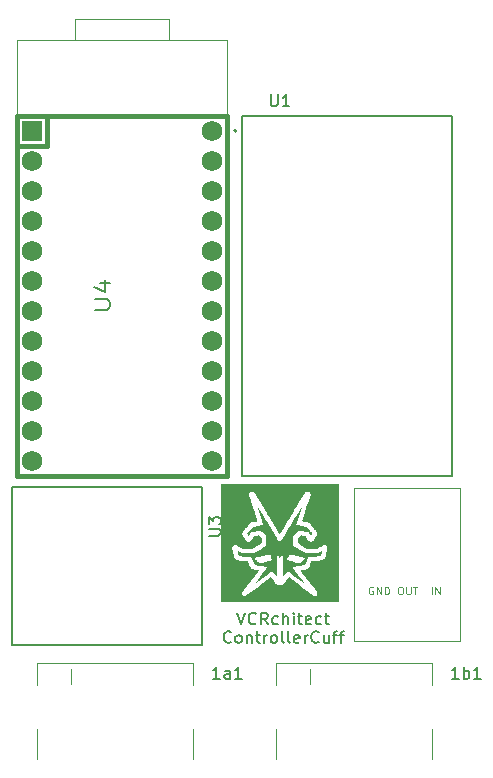
<source format=gbr>
%TF.GenerationSoftware,KiCad,Pcbnew,8.0.6*%
%TF.CreationDate,2025-04-03T12:19:07-05:00*%
%TF.ProjectId,Controller Combiner,436f6e74-726f-46c6-9c65-7220436f6d62,rev?*%
%TF.SameCoordinates,Original*%
%TF.FileFunction,Legend,Top*%
%TF.FilePolarity,Positive*%
%FSLAX46Y46*%
G04 Gerber Fmt 4.6, Leading zero omitted, Abs format (unit mm)*
G04 Created by KiCad (PCBNEW 8.0.6) date 2025-04-03 12:19:07*
%MOMM*%
%LPD*%
G01*
G04 APERTURE LIST*
%ADD10C,0.200000*%
%ADD11C,0.203200*%
%ADD12C,0.150000*%
%ADD13C,0.125000*%
%ADD14C,0.381000*%
%ADD15C,0.100000*%
%ADD16C,0.000000*%
%ADD17C,0.120000*%
%ADD18C,0.127000*%
%ADD19R,1.752600X1.752600*%
%ADD20C,1.752600*%
G04 APERTURE END LIST*
D10*
X131116101Y-105496980D02*
X131068482Y-105544600D01*
X131068482Y-105544600D02*
X130925625Y-105592219D01*
X130925625Y-105592219D02*
X130830387Y-105592219D01*
X130830387Y-105592219D02*
X130687530Y-105544600D01*
X130687530Y-105544600D02*
X130592292Y-105449361D01*
X130592292Y-105449361D02*
X130544673Y-105354123D01*
X130544673Y-105354123D02*
X130497054Y-105163647D01*
X130497054Y-105163647D02*
X130497054Y-105020790D01*
X130497054Y-105020790D02*
X130544673Y-104830314D01*
X130544673Y-104830314D02*
X130592292Y-104735076D01*
X130592292Y-104735076D02*
X130687530Y-104639838D01*
X130687530Y-104639838D02*
X130830387Y-104592219D01*
X130830387Y-104592219D02*
X130925625Y-104592219D01*
X130925625Y-104592219D02*
X131068482Y-104639838D01*
X131068482Y-104639838D02*
X131116101Y-104687457D01*
X131687530Y-105592219D02*
X131592292Y-105544600D01*
X131592292Y-105544600D02*
X131544673Y-105496980D01*
X131544673Y-105496980D02*
X131497054Y-105401742D01*
X131497054Y-105401742D02*
X131497054Y-105116028D01*
X131497054Y-105116028D02*
X131544673Y-105020790D01*
X131544673Y-105020790D02*
X131592292Y-104973171D01*
X131592292Y-104973171D02*
X131687530Y-104925552D01*
X131687530Y-104925552D02*
X131830387Y-104925552D01*
X131830387Y-104925552D02*
X131925625Y-104973171D01*
X131925625Y-104973171D02*
X131973244Y-105020790D01*
X131973244Y-105020790D02*
X132020863Y-105116028D01*
X132020863Y-105116028D02*
X132020863Y-105401742D01*
X132020863Y-105401742D02*
X131973244Y-105496980D01*
X131973244Y-105496980D02*
X131925625Y-105544600D01*
X131925625Y-105544600D02*
X131830387Y-105592219D01*
X131830387Y-105592219D02*
X131687530Y-105592219D01*
X132449435Y-104925552D02*
X132449435Y-105592219D01*
X132449435Y-105020790D02*
X132497054Y-104973171D01*
X132497054Y-104973171D02*
X132592292Y-104925552D01*
X132592292Y-104925552D02*
X132735149Y-104925552D01*
X132735149Y-104925552D02*
X132830387Y-104973171D01*
X132830387Y-104973171D02*
X132878006Y-105068409D01*
X132878006Y-105068409D02*
X132878006Y-105592219D01*
X133211340Y-104925552D02*
X133592292Y-104925552D01*
X133354197Y-104592219D02*
X133354197Y-105449361D01*
X133354197Y-105449361D02*
X133401816Y-105544600D01*
X133401816Y-105544600D02*
X133497054Y-105592219D01*
X133497054Y-105592219D02*
X133592292Y-105592219D01*
X133925626Y-105592219D02*
X133925626Y-104925552D01*
X133925626Y-105116028D02*
X133973245Y-105020790D01*
X133973245Y-105020790D02*
X134020864Y-104973171D01*
X134020864Y-104973171D02*
X134116102Y-104925552D01*
X134116102Y-104925552D02*
X134211340Y-104925552D01*
X134687531Y-105592219D02*
X134592293Y-105544600D01*
X134592293Y-105544600D02*
X134544674Y-105496980D01*
X134544674Y-105496980D02*
X134497055Y-105401742D01*
X134497055Y-105401742D02*
X134497055Y-105116028D01*
X134497055Y-105116028D02*
X134544674Y-105020790D01*
X134544674Y-105020790D02*
X134592293Y-104973171D01*
X134592293Y-104973171D02*
X134687531Y-104925552D01*
X134687531Y-104925552D02*
X134830388Y-104925552D01*
X134830388Y-104925552D02*
X134925626Y-104973171D01*
X134925626Y-104973171D02*
X134973245Y-105020790D01*
X134973245Y-105020790D02*
X135020864Y-105116028D01*
X135020864Y-105116028D02*
X135020864Y-105401742D01*
X135020864Y-105401742D02*
X134973245Y-105496980D01*
X134973245Y-105496980D02*
X134925626Y-105544600D01*
X134925626Y-105544600D02*
X134830388Y-105592219D01*
X134830388Y-105592219D02*
X134687531Y-105592219D01*
X135592293Y-105592219D02*
X135497055Y-105544600D01*
X135497055Y-105544600D02*
X135449436Y-105449361D01*
X135449436Y-105449361D02*
X135449436Y-104592219D01*
X136116103Y-105592219D02*
X136020865Y-105544600D01*
X136020865Y-105544600D02*
X135973246Y-105449361D01*
X135973246Y-105449361D02*
X135973246Y-104592219D01*
X136878008Y-105544600D02*
X136782770Y-105592219D01*
X136782770Y-105592219D02*
X136592294Y-105592219D01*
X136592294Y-105592219D02*
X136497056Y-105544600D01*
X136497056Y-105544600D02*
X136449437Y-105449361D01*
X136449437Y-105449361D02*
X136449437Y-105068409D01*
X136449437Y-105068409D02*
X136497056Y-104973171D01*
X136497056Y-104973171D02*
X136592294Y-104925552D01*
X136592294Y-104925552D02*
X136782770Y-104925552D01*
X136782770Y-104925552D02*
X136878008Y-104973171D01*
X136878008Y-104973171D02*
X136925627Y-105068409D01*
X136925627Y-105068409D02*
X136925627Y-105163647D01*
X136925627Y-105163647D02*
X136449437Y-105258885D01*
X137354199Y-105592219D02*
X137354199Y-104925552D01*
X137354199Y-105116028D02*
X137401818Y-105020790D01*
X137401818Y-105020790D02*
X137449437Y-104973171D01*
X137449437Y-104973171D02*
X137544675Y-104925552D01*
X137544675Y-104925552D02*
X137639913Y-104925552D01*
X138544675Y-105496980D02*
X138497056Y-105544600D01*
X138497056Y-105544600D02*
X138354199Y-105592219D01*
X138354199Y-105592219D02*
X138258961Y-105592219D01*
X138258961Y-105592219D02*
X138116104Y-105544600D01*
X138116104Y-105544600D02*
X138020866Y-105449361D01*
X138020866Y-105449361D02*
X137973247Y-105354123D01*
X137973247Y-105354123D02*
X137925628Y-105163647D01*
X137925628Y-105163647D02*
X137925628Y-105020790D01*
X137925628Y-105020790D02*
X137973247Y-104830314D01*
X137973247Y-104830314D02*
X138020866Y-104735076D01*
X138020866Y-104735076D02*
X138116104Y-104639838D01*
X138116104Y-104639838D02*
X138258961Y-104592219D01*
X138258961Y-104592219D02*
X138354199Y-104592219D01*
X138354199Y-104592219D02*
X138497056Y-104639838D01*
X138497056Y-104639838D02*
X138544675Y-104687457D01*
X139401818Y-104925552D02*
X139401818Y-105592219D01*
X138973247Y-104925552D02*
X138973247Y-105449361D01*
X138973247Y-105449361D02*
X139020866Y-105544600D01*
X139020866Y-105544600D02*
X139116104Y-105592219D01*
X139116104Y-105592219D02*
X139258961Y-105592219D01*
X139258961Y-105592219D02*
X139354199Y-105544600D01*
X139354199Y-105544600D02*
X139401818Y-105496980D01*
X139735152Y-104925552D02*
X140116104Y-104925552D01*
X139878009Y-105592219D02*
X139878009Y-104735076D01*
X139878009Y-104735076D02*
X139925628Y-104639838D01*
X139925628Y-104639838D02*
X140020866Y-104592219D01*
X140020866Y-104592219D02*
X140116104Y-104592219D01*
X140306581Y-104925552D02*
X140687533Y-104925552D01*
X140449438Y-105592219D02*
X140449438Y-104735076D01*
X140449438Y-104735076D02*
X140497057Y-104639838D01*
X140497057Y-104639838D02*
X140592295Y-104592219D01*
X140592295Y-104592219D02*
X140687533Y-104592219D01*
X131671816Y-103007219D02*
X132005149Y-104007219D01*
X132005149Y-104007219D02*
X132338482Y-103007219D01*
X133243244Y-103911980D02*
X133195625Y-103959600D01*
X133195625Y-103959600D02*
X133052768Y-104007219D01*
X133052768Y-104007219D02*
X132957530Y-104007219D01*
X132957530Y-104007219D02*
X132814673Y-103959600D01*
X132814673Y-103959600D02*
X132719435Y-103864361D01*
X132719435Y-103864361D02*
X132671816Y-103769123D01*
X132671816Y-103769123D02*
X132624197Y-103578647D01*
X132624197Y-103578647D02*
X132624197Y-103435790D01*
X132624197Y-103435790D02*
X132671816Y-103245314D01*
X132671816Y-103245314D02*
X132719435Y-103150076D01*
X132719435Y-103150076D02*
X132814673Y-103054838D01*
X132814673Y-103054838D02*
X132957530Y-103007219D01*
X132957530Y-103007219D02*
X133052768Y-103007219D01*
X133052768Y-103007219D02*
X133195625Y-103054838D01*
X133195625Y-103054838D02*
X133243244Y-103102457D01*
X134243244Y-104007219D02*
X133909911Y-103531028D01*
X133671816Y-104007219D02*
X133671816Y-103007219D01*
X133671816Y-103007219D02*
X134052768Y-103007219D01*
X134052768Y-103007219D02*
X134148006Y-103054838D01*
X134148006Y-103054838D02*
X134195625Y-103102457D01*
X134195625Y-103102457D02*
X134243244Y-103197695D01*
X134243244Y-103197695D02*
X134243244Y-103340552D01*
X134243244Y-103340552D02*
X134195625Y-103435790D01*
X134195625Y-103435790D02*
X134148006Y-103483409D01*
X134148006Y-103483409D02*
X134052768Y-103531028D01*
X134052768Y-103531028D02*
X133671816Y-103531028D01*
X135100387Y-103959600D02*
X135005149Y-104007219D01*
X135005149Y-104007219D02*
X134814673Y-104007219D01*
X134814673Y-104007219D02*
X134719435Y-103959600D01*
X134719435Y-103959600D02*
X134671816Y-103911980D01*
X134671816Y-103911980D02*
X134624197Y-103816742D01*
X134624197Y-103816742D02*
X134624197Y-103531028D01*
X134624197Y-103531028D02*
X134671816Y-103435790D01*
X134671816Y-103435790D02*
X134719435Y-103388171D01*
X134719435Y-103388171D02*
X134814673Y-103340552D01*
X134814673Y-103340552D02*
X135005149Y-103340552D01*
X135005149Y-103340552D02*
X135100387Y-103388171D01*
X135528959Y-104007219D02*
X135528959Y-103007219D01*
X135957530Y-104007219D02*
X135957530Y-103483409D01*
X135957530Y-103483409D02*
X135909911Y-103388171D01*
X135909911Y-103388171D02*
X135814673Y-103340552D01*
X135814673Y-103340552D02*
X135671816Y-103340552D01*
X135671816Y-103340552D02*
X135576578Y-103388171D01*
X135576578Y-103388171D02*
X135528959Y-103435790D01*
X136433721Y-104007219D02*
X136433721Y-103340552D01*
X136433721Y-103007219D02*
X136386102Y-103054838D01*
X136386102Y-103054838D02*
X136433721Y-103102457D01*
X136433721Y-103102457D02*
X136481340Y-103054838D01*
X136481340Y-103054838D02*
X136433721Y-103007219D01*
X136433721Y-103007219D02*
X136433721Y-103102457D01*
X136767054Y-103340552D02*
X137148006Y-103340552D01*
X136909911Y-103007219D02*
X136909911Y-103864361D01*
X136909911Y-103864361D02*
X136957530Y-103959600D01*
X136957530Y-103959600D02*
X137052768Y-104007219D01*
X137052768Y-104007219D02*
X137148006Y-104007219D01*
X137862292Y-103959600D02*
X137767054Y-104007219D01*
X137767054Y-104007219D02*
X137576578Y-104007219D01*
X137576578Y-104007219D02*
X137481340Y-103959600D01*
X137481340Y-103959600D02*
X137433721Y-103864361D01*
X137433721Y-103864361D02*
X137433721Y-103483409D01*
X137433721Y-103483409D02*
X137481340Y-103388171D01*
X137481340Y-103388171D02*
X137576578Y-103340552D01*
X137576578Y-103340552D02*
X137767054Y-103340552D01*
X137767054Y-103340552D02*
X137862292Y-103388171D01*
X137862292Y-103388171D02*
X137909911Y-103483409D01*
X137909911Y-103483409D02*
X137909911Y-103578647D01*
X137909911Y-103578647D02*
X137433721Y-103673885D01*
X138767054Y-103959600D02*
X138671816Y-104007219D01*
X138671816Y-104007219D02*
X138481340Y-104007219D01*
X138481340Y-104007219D02*
X138386102Y-103959600D01*
X138386102Y-103959600D02*
X138338483Y-103911980D01*
X138338483Y-103911980D02*
X138290864Y-103816742D01*
X138290864Y-103816742D02*
X138290864Y-103531028D01*
X138290864Y-103531028D02*
X138338483Y-103435790D01*
X138338483Y-103435790D02*
X138386102Y-103388171D01*
X138386102Y-103388171D02*
X138481340Y-103340552D01*
X138481340Y-103340552D02*
X138671816Y-103340552D01*
X138671816Y-103340552D02*
X138767054Y-103388171D01*
X139052769Y-103340552D02*
X139433721Y-103340552D01*
X139195626Y-103007219D02*
X139195626Y-103864361D01*
X139195626Y-103864361D02*
X139243245Y-103959600D01*
X139243245Y-103959600D02*
X139338483Y-104007219D01*
X139338483Y-104007219D02*
X139433721Y-104007219D01*
D11*
X119601959Y-77361142D02*
X120630054Y-77361142D01*
X120630054Y-77361142D02*
X120751006Y-77288571D01*
X120751006Y-77288571D02*
X120811483Y-77216000D01*
X120811483Y-77216000D02*
X120871959Y-77070857D01*
X120871959Y-77070857D02*
X120871959Y-76780571D01*
X120871959Y-76780571D02*
X120811483Y-76635428D01*
X120811483Y-76635428D02*
X120751006Y-76562857D01*
X120751006Y-76562857D02*
X120630054Y-76490285D01*
X120630054Y-76490285D02*
X119601959Y-76490285D01*
X120025292Y-75111429D02*
X120871959Y-75111429D01*
X119541483Y-75474286D02*
X120448625Y-75837143D01*
X120448625Y-75837143D02*
X120448625Y-74893714D01*
D12*
X130166142Y-108605819D02*
X129594714Y-108605819D01*
X129880428Y-108605819D02*
X129880428Y-107605819D01*
X129880428Y-107605819D02*
X129785190Y-107748676D01*
X129785190Y-107748676D02*
X129689952Y-107843914D01*
X129689952Y-107843914D02*
X129594714Y-107891533D01*
X131023285Y-108605819D02*
X131023285Y-108082009D01*
X131023285Y-108082009D02*
X130975666Y-107986771D01*
X130975666Y-107986771D02*
X130880428Y-107939152D01*
X130880428Y-107939152D02*
X130689952Y-107939152D01*
X130689952Y-107939152D02*
X130594714Y-107986771D01*
X131023285Y-108558200D02*
X130928047Y-108605819D01*
X130928047Y-108605819D02*
X130689952Y-108605819D01*
X130689952Y-108605819D02*
X130594714Y-108558200D01*
X130594714Y-108558200D02*
X130547095Y-108462961D01*
X130547095Y-108462961D02*
X130547095Y-108367723D01*
X130547095Y-108367723D02*
X130594714Y-108272485D01*
X130594714Y-108272485D02*
X130689952Y-108224866D01*
X130689952Y-108224866D02*
X130928047Y-108224866D01*
X130928047Y-108224866D02*
X131023285Y-108177247D01*
X132023285Y-108605819D02*
X131451857Y-108605819D01*
X131737571Y-108605819D02*
X131737571Y-107605819D01*
X131737571Y-107605819D02*
X131642333Y-107748676D01*
X131642333Y-107748676D02*
X131547095Y-107843914D01*
X131547095Y-107843914D02*
X131451857Y-107891533D01*
D13*
X143138096Y-100854904D02*
X143076191Y-100823952D01*
X143076191Y-100823952D02*
X142983334Y-100823952D01*
X142983334Y-100823952D02*
X142890477Y-100854904D01*
X142890477Y-100854904D02*
X142828572Y-100916809D01*
X142828572Y-100916809D02*
X142797619Y-100978714D01*
X142797619Y-100978714D02*
X142766667Y-101102523D01*
X142766667Y-101102523D02*
X142766667Y-101195380D01*
X142766667Y-101195380D02*
X142797619Y-101319190D01*
X142797619Y-101319190D02*
X142828572Y-101381095D01*
X142828572Y-101381095D02*
X142890477Y-101443000D01*
X142890477Y-101443000D02*
X142983334Y-101473952D01*
X142983334Y-101473952D02*
X143045238Y-101473952D01*
X143045238Y-101473952D02*
X143138096Y-101443000D01*
X143138096Y-101443000D02*
X143169048Y-101412047D01*
X143169048Y-101412047D02*
X143169048Y-101195380D01*
X143169048Y-101195380D02*
X143045238Y-101195380D01*
X143447619Y-101473952D02*
X143447619Y-100823952D01*
X143447619Y-100823952D02*
X143819048Y-101473952D01*
X143819048Y-101473952D02*
X143819048Y-100823952D01*
X144128571Y-101473952D02*
X144128571Y-100823952D01*
X144128571Y-100823952D02*
X144283333Y-100823952D01*
X144283333Y-100823952D02*
X144376190Y-100854904D01*
X144376190Y-100854904D02*
X144438095Y-100916809D01*
X144438095Y-100916809D02*
X144469048Y-100978714D01*
X144469048Y-100978714D02*
X144500000Y-101102523D01*
X144500000Y-101102523D02*
X144500000Y-101195380D01*
X144500000Y-101195380D02*
X144469048Y-101319190D01*
X144469048Y-101319190D02*
X144438095Y-101381095D01*
X144438095Y-101381095D02*
X144376190Y-101443000D01*
X144376190Y-101443000D02*
X144283333Y-101473952D01*
X144283333Y-101473952D02*
X144128571Y-101473952D01*
X145397619Y-100823952D02*
X145521428Y-100823952D01*
X145521428Y-100823952D02*
X145583333Y-100854904D01*
X145583333Y-100854904D02*
X145645238Y-100916809D01*
X145645238Y-100916809D02*
X145676190Y-101040619D01*
X145676190Y-101040619D02*
X145676190Y-101257285D01*
X145676190Y-101257285D02*
X145645238Y-101381095D01*
X145645238Y-101381095D02*
X145583333Y-101443000D01*
X145583333Y-101443000D02*
X145521428Y-101473952D01*
X145521428Y-101473952D02*
X145397619Y-101473952D01*
X145397619Y-101473952D02*
X145335714Y-101443000D01*
X145335714Y-101443000D02*
X145273809Y-101381095D01*
X145273809Y-101381095D02*
X145242857Y-101257285D01*
X145242857Y-101257285D02*
X145242857Y-101040619D01*
X145242857Y-101040619D02*
X145273809Y-100916809D01*
X145273809Y-100916809D02*
X145335714Y-100854904D01*
X145335714Y-100854904D02*
X145397619Y-100823952D01*
X145954761Y-100823952D02*
X145954761Y-101350142D01*
X145954761Y-101350142D02*
X145985714Y-101412047D01*
X145985714Y-101412047D02*
X146016666Y-101443000D01*
X146016666Y-101443000D02*
X146078571Y-101473952D01*
X146078571Y-101473952D02*
X146202380Y-101473952D01*
X146202380Y-101473952D02*
X146264285Y-101443000D01*
X146264285Y-101443000D02*
X146295238Y-101412047D01*
X146295238Y-101412047D02*
X146326190Y-101350142D01*
X146326190Y-101350142D02*
X146326190Y-100823952D01*
X146542856Y-100823952D02*
X146914285Y-100823952D01*
X146728571Y-101473952D02*
X146728571Y-100823952D01*
X148121427Y-101473952D02*
X148121427Y-100823952D01*
X148430951Y-101473952D02*
X148430951Y-100823952D01*
X148430951Y-100823952D02*
X148802380Y-101473952D01*
X148802380Y-101473952D02*
X148802380Y-100823952D01*
D12*
X150396142Y-108605819D02*
X149824714Y-108605819D01*
X150110428Y-108605819D02*
X150110428Y-107605819D01*
X150110428Y-107605819D02*
X150015190Y-107748676D01*
X150015190Y-107748676D02*
X149919952Y-107843914D01*
X149919952Y-107843914D02*
X149824714Y-107891533D01*
X150824714Y-108605819D02*
X150824714Y-107605819D01*
X150824714Y-107986771D02*
X150919952Y-107939152D01*
X150919952Y-107939152D02*
X151110428Y-107939152D01*
X151110428Y-107939152D02*
X151205666Y-107986771D01*
X151205666Y-107986771D02*
X151253285Y-108034390D01*
X151253285Y-108034390D02*
X151300904Y-108129628D01*
X151300904Y-108129628D02*
X151300904Y-108415342D01*
X151300904Y-108415342D02*
X151253285Y-108510580D01*
X151253285Y-108510580D02*
X151205666Y-108558200D01*
X151205666Y-108558200D02*
X151110428Y-108605819D01*
X151110428Y-108605819D02*
X150919952Y-108605819D01*
X150919952Y-108605819D02*
X150824714Y-108558200D01*
X152253285Y-108605819D02*
X151681857Y-108605819D01*
X151967571Y-108605819D02*
X151967571Y-107605819D01*
X151967571Y-107605819D02*
X151872333Y-107748676D01*
X151872333Y-107748676D02*
X151777095Y-107843914D01*
X151777095Y-107843914D02*
X151681857Y-107891533D01*
X129239819Y-96496904D02*
X130049342Y-96496904D01*
X130049342Y-96496904D02*
X130144580Y-96449285D01*
X130144580Y-96449285D02*
X130192200Y-96401666D01*
X130192200Y-96401666D02*
X130239819Y-96306428D01*
X130239819Y-96306428D02*
X130239819Y-96115952D01*
X130239819Y-96115952D02*
X130192200Y-96020714D01*
X130192200Y-96020714D02*
X130144580Y-95973095D01*
X130144580Y-95973095D02*
X130049342Y-95925476D01*
X130049342Y-95925476D02*
X129239819Y-95925476D01*
X129239819Y-95544523D02*
X129239819Y-94925476D01*
X129239819Y-94925476D02*
X129620771Y-95258809D01*
X129620771Y-95258809D02*
X129620771Y-95115952D01*
X129620771Y-95115952D02*
X129668390Y-95020714D01*
X129668390Y-95020714D02*
X129716009Y-94973095D01*
X129716009Y-94973095D02*
X129811247Y-94925476D01*
X129811247Y-94925476D02*
X130049342Y-94925476D01*
X130049342Y-94925476D02*
X130144580Y-94973095D01*
X130144580Y-94973095D02*
X130192200Y-95020714D01*
X130192200Y-95020714D02*
X130239819Y-95115952D01*
X130239819Y-95115952D02*
X130239819Y-95401666D01*
X130239819Y-95401666D02*
X130192200Y-95496904D01*
X130192200Y-95496904D02*
X130144580Y-95544523D01*
X134493095Y-59144819D02*
X134493095Y-59954342D01*
X134493095Y-59954342D02*
X134540714Y-60049580D01*
X134540714Y-60049580D02*
X134588333Y-60097200D01*
X134588333Y-60097200D02*
X134683571Y-60144819D01*
X134683571Y-60144819D02*
X134874047Y-60144819D01*
X134874047Y-60144819D02*
X134969285Y-60097200D01*
X134969285Y-60097200D02*
X135016904Y-60049580D01*
X135016904Y-60049580D02*
X135064523Y-59954342D01*
X135064523Y-59954342D02*
X135064523Y-59144819D01*
X136064523Y-60144819D02*
X135493095Y-60144819D01*
X135778809Y-60144819D02*
X135778809Y-59144819D01*
X135778809Y-59144819D02*
X135683571Y-59287676D01*
X135683571Y-59287676D02*
X135588333Y-59382914D01*
X135588333Y-59382914D02*
X135493095Y-59430533D01*
D14*
%TO.C,U4*%
X130810000Y-60960000D02*
X113030000Y-60960000D01*
X115570000Y-60960000D02*
X115570000Y-63500000D01*
X113030000Y-60960000D02*
X113030000Y-91440000D01*
X115570000Y-63500000D02*
X113030000Y-63500000D01*
X130810000Y-91440000D02*
X130810000Y-60960000D01*
X113030000Y-91440000D02*
X130810000Y-91440000D01*
D15*
X125890000Y-52750000D02*
X117890000Y-52750000D01*
X117890000Y-54500000D01*
X125890000Y-54500000D01*
X125890000Y-52750000D01*
X130810000Y-54500000D02*
X112970000Y-54500000D01*
X112970000Y-60960000D01*
X130810000Y-60960000D01*
X130810000Y-54500000D01*
D16*
%TO.C,G\u002A\u002A\u002A*%
G36*
X140257188Y-97155000D02*
G01*
X140257188Y-102157188D01*
X135255000Y-102157188D01*
X130252812Y-102157188D01*
X130252812Y-97512242D01*
X131239319Y-97512242D01*
X131242204Y-97547897D01*
X131250290Y-97605253D01*
X131262681Y-97679918D01*
X131278484Y-97767501D01*
X131296806Y-97863610D01*
X131316751Y-97963854D01*
X131337427Y-98063841D01*
X131357940Y-98159180D01*
X131377395Y-98245480D01*
X131394898Y-98318348D01*
X131409556Y-98373394D01*
X131420475Y-98406227D01*
X131421935Y-98409361D01*
X131437601Y-98435001D01*
X131458372Y-98457095D01*
X131487601Y-98477090D01*
X131528640Y-98496428D01*
X131584839Y-98516555D01*
X131659550Y-98538915D01*
X131756126Y-98564952D01*
X131822943Y-98582171D01*
X131914810Y-98605330D01*
X131987221Y-98622445D01*
X132047583Y-98634586D01*
X132103302Y-98642824D01*
X132161787Y-98648229D01*
X132230443Y-98651871D01*
X132316679Y-98654822D01*
X132328024Y-98655164D01*
X132576048Y-98662604D01*
X132690258Y-98947450D01*
X132724530Y-99032446D01*
X132756253Y-99110223D01*
X132783670Y-99176543D01*
X132805024Y-99227168D01*
X132818557Y-99257860D01*
X132821337Y-99263516D01*
X132839096Y-99287437D01*
X132866403Y-99307835D01*
X132906470Y-99325712D01*
X132962511Y-99342073D01*
X133037740Y-99357920D01*
X133135371Y-99374258D01*
X133212440Y-99385626D01*
X133296302Y-99397936D01*
X133370719Y-99409583D01*
X133431313Y-99419823D01*
X133473703Y-99427911D01*
X133493510Y-99433103D01*
X133494203Y-99433530D01*
X133487505Y-99445636D01*
X133464833Y-99477900D01*
X133427448Y-99528678D01*
X133376607Y-99596326D01*
X133313569Y-99679198D01*
X133239593Y-99775651D01*
X133155937Y-99884041D01*
X133063860Y-100002722D01*
X132964621Y-100130050D01*
X132859478Y-100264381D01*
X132810990Y-100326145D01*
X132702737Y-100464092D01*
X132599123Y-100596468D01*
X132501487Y-100721545D01*
X132411167Y-100837594D01*
X132329498Y-100942886D01*
X132257819Y-101035691D01*
X132197468Y-101114280D01*
X132149780Y-101176925D01*
X132116094Y-101221896D01*
X132097747Y-101247464D01*
X132095009Y-101251859D01*
X132078583Y-101305903D01*
X132074335Y-101372345D01*
X132082036Y-101438721D01*
X132099370Y-101488810D01*
X132140105Y-101537620D01*
X132197922Y-101570672D01*
X132265987Y-101586361D01*
X132337465Y-101583083D01*
X132403611Y-101560256D01*
X132422199Y-101548158D01*
X132461492Y-101520786D01*
X132519822Y-101479347D01*
X132595520Y-101425052D01*
X132686919Y-101359108D01*
X132792349Y-101282725D01*
X132910143Y-101197111D01*
X133038633Y-101103475D01*
X133176150Y-101003027D01*
X133321025Y-100896974D01*
X133471591Y-100786526D01*
X133483391Y-100777861D01*
X134511619Y-100022704D01*
X134744608Y-100315302D01*
X134821429Y-100410444D01*
X134889289Y-100491808D01*
X134946445Y-100557409D01*
X134991154Y-100605265D01*
X135021672Y-100633392D01*
X135028263Y-100637965D01*
X135052701Y-100650704D01*
X135079178Y-100659280D01*
X135113700Y-100664490D01*
X135162275Y-100667130D01*
X135230909Y-100667997D01*
X135255000Y-100668031D01*
X135330456Y-100667523D01*
X135384140Y-100665470D01*
X135422058Y-100661074D01*
X135450217Y-100653539D01*
X135474624Y-100642069D01*
X135481737Y-100637965D01*
X135507251Y-100616700D01*
X135547525Y-100575058D01*
X135600814Y-100515025D01*
X135665376Y-100438583D01*
X135739467Y-100347715D01*
X135765391Y-100315302D01*
X135998380Y-100022704D01*
X137026608Y-100777861D01*
X137177544Y-100888597D01*
X137322917Y-100995032D01*
X137461061Y-101095956D01*
X137590306Y-101190160D01*
X137708984Y-101276435D01*
X137815428Y-101353573D01*
X137907968Y-101420365D01*
X137984937Y-101475602D01*
X138044665Y-101518075D01*
X138085486Y-101546575D01*
X138105730Y-101559894D01*
X138106388Y-101560256D01*
X138174180Y-101583403D01*
X138245100Y-101586319D01*
X138312463Y-101570663D01*
X138369588Y-101538095D01*
X138409789Y-101490273D01*
X138412882Y-101484172D01*
X138430747Y-101424853D01*
X138436035Y-101356289D01*
X138428633Y-101290854D01*
X138414990Y-101251859D01*
X138403124Y-101234500D01*
X138375387Y-101197049D01*
X138333115Y-101141235D01*
X138277647Y-101068789D01*
X138210319Y-100981438D01*
X138132469Y-100880912D01*
X138045433Y-100768940D01*
X137950550Y-100647251D01*
X137849157Y-100517575D01*
X137742591Y-100381639D01*
X137699009Y-100326145D01*
X137591638Y-100189220D01*
X137489609Y-100058564D01*
X137394181Y-99935821D01*
X137306612Y-99822637D01*
X137228161Y-99720655D01*
X137160087Y-99631519D01*
X137103649Y-99556875D01*
X137060104Y-99498367D01*
X137030712Y-99457639D01*
X137016731Y-99436336D01*
X137015797Y-99433530D01*
X137032312Y-99428774D01*
X137071985Y-99421024D01*
X137130437Y-99411025D01*
X137203288Y-99399520D01*
X137286159Y-99387254D01*
X137297560Y-99385626D01*
X137411491Y-99368430D01*
X137500929Y-99352378D01*
X137569088Y-99336466D01*
X137619182Y-99319689D01*
X137654424Y-99301045D01*
X137678030Y-99279530D01*
X137688663Y-99263516D01*
X137698666Y-99241753D01*
X137717176Y-99198405D01*
X137742435Y-99137707D01*
X137772687Y-99063898D01*
X137806173Y-98981216D01*
X137819741Y-98947450D01*
X137933952Y-98662604D01*
X138181976Y-98655164D01*
X138270700Y-98652225D01*
X138340997Y-98648716D01*
X138400271Y-98643567D01*
X138455932Y-98635709D01*
X138515385Y-98624069D01*
X138586039Y-98607579D01*
X138675299Y-98585167D01*
X138687057Y-98582171D01*
X138797738Y-98553362D01*
X138884627Y-98529062D01*
X138951074Y-98507826D01*
X139000431Y-98488210D01*
X139036049Y-98468769D01*
X139061280Y-98448060D01*
X139079475Y-98424638D01*
X139088065Y-98409361D01*
X139098191Y-98380971D01*
X139112225Y-98329599D01*
X139129271Y-98259636D01*
X139148434Y-98175473D01*
X139168819Y-98081501D01*
X139189532Y-97982110D01*
X139209678Y-97881691D01*
X139228362Y-97784635D01*
X139244690Y-97695332D01*
X139257766Y-97618174D01*
X139266696Y-97557549D01*
X139270585Y-97517851D01*
X139270681Y-97513267D01*
X139259550Y-97432029D01*
X139227157Y-97368279D01*
X139174857Y-97323355D01*
X139104004Y-97298596D01*
X139048758Y-97293949D01*
X139023877Y-97295241D01*
X138997100Y-97300089D01*
X138964841Y-97309954D01*
X138923509Y-97326297D01*
X138869515Y-97350578D01*
X138799271Y-97384258D01*
X138709188Y-97428797D01*
X138673162Y-97446794D01*
X138367714Y-97599639D01*
X137968487Y-97599639D01*
X137569260Y-97599639D01*
X137162458Y-97367547D01*
X136755656Y-97135456D01*
X136755656Y-96933055D01*
X136755656Y-96730654D01*
X136887239Y-96599619D01*
X137018821Y-96468583D01*
X137229781Y-96509210D01*
X137303744Y-96524225D01*
X137368416Y-96538804D01*
X137418676Y-96551680D01*
X137449401Y-96561587D01*
X137455994Y-96565180D01*
X137468480Y-96581463D01*
X137493331Y-96616764D01*
X137527657Y-96666876D01*
X137568565Y-96727588D01*
X137600181Y-96775064D01*
X137655873Y-96857309D01*
X137701168Y-96918602D01*
X137739746Y-96961948D01*
X137775286Y-96990357D01*
X137811470Y-97006836D01*
X137851978Y-97014392D01*
X137895043Y-97016050D01*
X137938319Y-97014523D01*
X137974984Y-97008116D01*
X138008163Y-96994090D01*
X138040977Y-96969703D01*
X138076549Y-96932216D01*
X138118000Y-96878889D01*
X138168452Y-96806983D01*
X138219118Y-96731652D01*
X138268657Y-96656842D01*
X138314165Y-96587243D01*
X138352890Y-96527133D01*
X138382082Y-96480787D01*
X138398989Y-96452482D01*
X138400466Y-96449728D01*
X138416046Y-96399754D01*
X138422563Y-96335508D01*
X138419998Y-96268862D01*
X138408333Y-96211691D01*
X138400858Y-96193633D01*
X138382627Y-96164696D01*
X138349778Y-96118903D01*
X138304902Y-96059433D01*
X138250588Y-95989463D01*
X138189428Y-95912170D01*
X138124012Y-95830734D01*
X138056930Y-95748331D01*
X137990774Y-95668139D01*
X137928133Y-95593335D01*
X137871598Y-95527099D01*
X137823761Y-95472608D01*
X137787211Y-95433038D01*
X137764539Y-95411569D01*
X137761721Y-95409620D01*
X137730605Y-95396097D01*
X137680316Y-95381712D01*
X137608556Y-95365944D01*
X137513028Y-95348268D01*
X137432028Y-95334684D01*
X137346848Y-95320491D01*
X137271072Y-95307214D01*
X137208968Y-95295652D01*
X137164805Y-95286608D01*
X137142849Y-95280882D01*
X137141391Y-95280120D01*
X137144118Y-95265879D01*
X137155072Y-95227243D01*
X137173627Y-95166159D01*
X137199157Y-95084574D01*
X137231037Y-94984435D01*
X137268639Y-94867688D01*
X137311339Y-94736281D01*
X137358510Y-94592161D01*
X137409527Y-94437274D01*
X137463763Y-94273568D01*
X137499186Y-94167134D01*
X137574456Y-93940743D01*
X137640727Y-93740079D01*
X137698162Y-93564630D01*
X137746922Y-93413886D01*
X137787169Y-93287337D01*
X137819063Y-93184472D01*
X137842767Y-93104781D01*
X137858442Y-93047752D01*
X137866249Y-93012876D01*
X137867254Y-93003423D01*
X137860427Y-92951426D01*
X137843528Y-92898081D01*
X137838667Y-92887683D01*
X137797848Y-92836214D01*
X137738338Y-92797331D01*
X137666996Y-92772698D01*
X137590684Y-92763978D01*
X137516263Y-92772834D01*
X137459166Y-92795682D01*
X137450747Y-92801693D01*
X137440426Y-92811582D01*
X137427502Y-92826472D01*
X137411270Y-92847486D01*
X137391030Y-92875745D01*
X137366079Y-92912372D01*
X137335714Y-92958489D01*
X137299233Y-93015219D01*
X137255934Y-93083685D01*
X137205114Y-93165008D01*
X137146072Y-93260312D01*
X137078104Y-93370718D01*
X137000509Y-93497348D01*
X136912584Y-93641326D01*
X136813626Y-93803774D01*
X136702934Y-93985814D01*
X136579805Y-94188568D01*
X136443536Y-94413160D01*
X136333673Y-94594327D01*
X136210557Y-94797309D01*
X136091346Y-94993704D01*
X135976837Y-95182206D01*
X135867827Y-95361510D01*
X135765112Y-95530312D01*
X135669488Y-95687306D01*
X135581752Y-95831188D01*
X135502699Y-95960652D01*
X135433127Y-96074395D01*
X135373831Y-96171110D01*
X135325609Y-96249493D01*
X135289255Y-96308238D01*
X135265567Y-96346042D01*
X135255341Y-96361599D01*
X135255000Y-96361937D01*
X135247127Y-96350268D01*
X135225658Y-96316132D01*
X135191389Y-96260833D01*
X135145115Y-96185677D01*
X135087635Y-96091968D01*
X135019743Y-95981011D01*
X134942237Y-95854112D01*
X134855912Y-95712574D01*
X134761565Y-95557704D01*
X134659992Y-95390806D01*
X134551990Y-95213185D01*
X134438354Y-95026145D01*
X134319882Y-94830993D01*
X134197369Y-94629032D01*
X134176326Y-94594327D01*
X134029869Y-94352831D01*
X133897071Y-94134003D01*
X133777230Y-93936722D01*
X133669645Y-93759864D01*
X133573612Y-93602308D01*
X133488430Y-93462931D01*
X133413395Y-93340610D01*
X133347807Y-93234224D01*
X133290961Y-93142649D01*
X133242157Y-93064763D01*
X133200691Y-92999445D01*
X133165862Y-92945571D01*
X133136967Y-92902019D01*
X133113303Y-92867668D01*
X133094169Y-92841393D01*
X133078861Y-92822073D01*
X133066678Y-92808586D01*
X133056918Y-92799809D01*
X133050834Y-92795682D01*
X132983497Y-92770433D01*
X132908386Y-92764186D01*
X132832364Y-92775277D01*
X132762290Y-92802045D01*
X132705026Y-92842824D01*
X132671333Y-92887683D01*
X132652844Y-92938182D01*
X132643162Y-92992455D01*
X132642746Y-93003423D01*
X132646584Y-93027146D01*
X132658208Y-93072760D01*
X132677777Y-93140775D01*
X132705455Y-93231702D01*
X132741401Y-93346052D01*
X132785779Y-93484334D01*
X132838749Y-93647060D01*
X132900472Y-93834740D01*
X132971111Y-94047885D01*
X133010813Y-94167134D01*
X133066752Y-94335383D01*
X133119863Y-94496035D01*
X133169522Y-94647144D01*
X133215103Y-94786761D01*
X133255980Y-94912941D01*
X133291526Y-95023736D01*
X133321116Y-95117200D01*
X133344124Y-95191385D01*
X133359924Y-95244344D01*
X133367891Y-95274131D01*
X133368609Y-95280120D01*
X133352352Y-95284971D01*
X133312908Y-95293325D01*
X133254544Y-95304379D01*
X133181529Y-95317334D01*
X133098129Y-95331387D01*
X133077971Y-95334684D01*
X132964699Y-95353979D01*
X132876780Y-95371008D01*
X132811917Y-95386292D01*
X132767813Y-95400354D01*
X132748279Y-95409620D01*
X132728937Y-95426772D01*
X132695159Y-95462709D01*
X132649536Y-95514253D01*
X132594657Y-95578226D01*
X132533113Y-95651451D01*
X132467495Y-95730751D01*
X132400394Y-95812946D01*
X132334400Y-95894860D01*
X132272103Y-95973314D01*
X132216095Y-96045131D01*
X132168965Y-96107133D01*
X132133305Y-96156142D01*
X132111705Y-96188981D01*
X132109141Y-96193633D01*
X132093714Y-96243430D01*
X132087394Y-96307602D01*
X132090163Y-96374278D01*
X132102003Y-96431585D01*
X132109533Y-96449728D01*
X132124035Y-96474475D01*
X132151296Y-96518004D01*
X132188568Y-96576038D01*
X132233098Y-96644300D01*
X132282137Y-96718514D01*
X132290882Y-96731652D01*
X132351121Y-96820967D01*
X132399781Y-96889439D01*
X132439983Y-96939809D01*
X132474849Y-96974817D01*
X132507502Y-96997201D01*
X132541064Y-97009704D01*
X132578657Y-97015063D01*
X132614956Y-97016050D01*
X132662477Y-97013941D01*
X132702372Y-97005609D01*
X132738321Y-96988046D01*
X132774004Y-96958245D01*
X132813101Y-96913199D01*
X132859291Y-96849898D01*
X132909818Y-96775064D01*
X132953656Y-96709360D01*
X132992974Y-96651254D01*
X133024882Y-96604955D01*
X133046486Y-96574671D01*
X133054005Y-96565180D01*
X133072389Y-96557346D01*
X133113003Y-96545875D01*
X133170727Y-96532034D01*
X133240437Y-96517091D01*
X133280218Y-96509210D01*
X133491178Y-96468583D01*
X133622761Y-96599619D01*
X133754343Y-96730654D01*
X133754343Y-96933055D01*
X133754343Y-97135456D01*
X133347541Y-97367547D01*
X132940739Y-97599639D01*
X132541512Y-97599639D01*
X132142285Y-97599639D01*
X131836838Y-97446794D01*
X131738933Y-97398111D01*
X131662105Y-97360809D01*
X131602783Y-97333433D01*
X131557398Y-97314525D01*
X131522378Y-97302628D01*
X131494155Y-97296286D01*
X131469157Y-97294042D01*
X131462266Y-97293949D01*
X131379831Y-97304871D01*
X131315064Y-97336728D01*
X131269357Y-97388155D01*
X131244105Y-97457789D01*
X131239319Y-97512242D01*
X130252812Y-97512242D01*
X130252812Y-97155000D01*
X130252812Y-92152812D01*
X135255000Y-92152812D01*
X140257188Y-92152812D01*
X140257188Y-97155000D01*
G37*
G36*
X137149801Y-94004472D02*
G01*
X137138370Y-94042172D01*
X137119634Y-94101501D01*
X137094359Y-94180100D01*
X137063310Y-94275609D01*
X137027255Y-94385669D01*
X136986959Y-94507921D01*
X136943188Y-94640006D01*
X136908247Y-94744983D01*
X136862146Y-94883654D01*
X136818799Y-95014853D01*
X136778996Y-95136140D01*
X136743523Y-95245073D01*
X136713169Y-95339212D01*
X136688723Y-95416116D01*
X136670973Y-95473343D01*
X136660707Y-95508454D01*
X136658391Y-95518723D01*
X136660094Y-95537061D01*
X136666988Y-95552701D01*
X136681753Y-95566463D01*
X136707070Y-95579166D01*
X136745619Y-95591630D01*
X136800080Y-95604672D01*
X136873133Y-95619113D01*
X136967457Y-95635771D01*
X137085734Y-95655466D01*
X137128751Y-95662490D01*
X137548078Y-95730766D01*
X137780614Y-96021318D01*
X137842466Y-96098789D01*
X137898445Y-96169267D01*
X137946241Y-96229812D01*
X137983544Y-96277488D01*
X138008045Y-96309356D01*
X138017425Y-96322462D01*
X138012229Y-96337663D01*
X137995521Y-96368548D01*
X137971726Y-96408145D01*
X137945266Y-96449488D01*
X137920563Y-96485607D01*
X137902041Y-96509532D01*
X137895043Y-96515297D01*
X137885227Y-96504381D01*
X137863450Y-96474551D01*
X137832835Y-96430235D01*
X137796502Y-96375860D01*
X137792731Y-96370125D01*
X137754457Y-96313953D01*
X137719627Y-96266666D01*
X137691949Y-96233049D01*
X137675134Y-96217888D01*
X137674554Y-96217670D01*
X137645689Y-96210243D01*
X137595158Y-96199023D01*
X137527548Y-96184888D01*
X137447449Y-96168718D01*
X137359449Y-96151391D01*
X137268136Y-96133786D01*
X137178099Y-96116781D01*
X137093926Y-96101256D01*
X137020207Y-96088090D01*
X136961529Y-96078161D01*
X136922481Y-96072348D01*
X136909740Y-96071192D01*
X136892764Y-96072594D01*
X136875111Y-96078355D01*
X136853958Y-96090806D01*
X136826485Y-96112279D01*
X136789870Y-96145106D01*
X136741292Y-96191619D01*
X136677929Y-96254149D01*
X136627581Y-96304386D01*
X136394387Y-96537580D01*
X136394387Y-96940899D01*
X136394716Y-97067092D01*
X136395766Y-97167787D01*
X136397629Y-97245268D01*
X136400399Y-97301820D01*
X136404170Y-97339727D01*
X136409034Y-97361275D01*
X136411756Y-97366441D01*
X136427263Y-97377925D01*
X136464342Y-97401500D01*
X136520362Y-97435605D01*
X136592691Y-97478678D01*
X136678696Y-97529158D01*
X136775745Y-97585483D01*
X136881206Y-97646091D01*
X136931479Y-97674786D01*
X137433834Y-97960908D01*
X137963394Y-97960908D01*
X138492954Y-97960908D01*
X138660952Y-97876693D01*
X138722869Y-97846347D01*
X138775503Y-97821859D01*
X138814130Y-97805328D01*
X138834025Y-97798855D01*
X138835562Y-97799092D01*
X138836260Y-97815460D01*
X138831355Y-97852527D01*
X138822196Y-97904083D01*
X138810130Y-97963921D01*
X138796507Y-98025833D01*
X138782676Y-98083610D01*
X138769984Y-98131044D01*
X138759782Y-98161928D01*
X138754913Y-98170333D01*
X138736927Y-98176602D01*
X138696644Y-98188064D01*
X138638793Y-98203456D01*
X138568107Y-98221511D01*
X138505215Y-98237091D01*
X138270830Y-98294387D01*
X137988327Y-98294387D01*
X137881548Y-98294960D01*
X137800148Y-98296770D01*
X137741739Y-98299953D01*
X137703934Y-98304645D01*
X137684342Y-98310982D01*
X137683235Y-98311756D01*
X137672123Y-98328986D01*
X137652577Y-98368467D01*
X137626218Y-98426543D01*
X137594666Y-98499556D01*
X137559542Y-98583851D01*
X137527519Y-98663071D01*
X137394393Y-98997017D01*
X136904825Y-99066025D01*
X136768984Y-99085300D01*
X136658141Y-99101543D01*
X136569758Y-99115470D01*
X136501296Y-99127794D01*
X136450218Y-99139231D01*
X136413986Y-99150495D01*
X136390061Y-99162301D01*
X136375905Y-99175364D01*
X136368979Y-99190398D01*
X136366747Y-99208117D01*
X136366597Y-99217572D01*
X136366746Y-99225374D01*
X136367998Y-99233510D01*
X136371559Y-99243596D01*
X136378636Y-99257246D01*
X136390437Y-99276076D01*
X136408169Y-99301702D01*
X136433038Y-99335738D01*
X136466251Y-99379801D01*
X136509016Y-99435505D01*
X136562538Y-99504466D01*
X136628026Y-99588300D01*
X136706686Y-99688621D01*
X136799726Y-99807045D01*
X136908351Y-99945188D01*
X136946268Y-99993400D01*
X137030923Y-100101156D01*
X137110136Y-100202208D01*
X137182284Y-100294472D01*
X137245748Y-100375865D01*
X137298908Y-100444305D01*
X137340142Y-100497710D01*
X137367832Y-100533995D01*
X137380357Y-100551080D01*
X137380930Y-100552119D01*
X137370057Y-100545215D01*
X137338718Y-100523235D01*
X137288833Y-100487569D01*
X137222319Y-100439609D01*
X137141097Y-100380745D01*
X137047085Y-100312368D01*
X136942202Y-100235870D01*
X136828368Y-100152641D01*
X136707501Y-100064072D01*
X136698534Y-100057494D01*
X136576120Y-99967824D01*
X136459704Y-99882825D01*
X136351327Y-99803971D01*
X136253029Y-99732731D01*
X136166851Y-99670577D01*
X136094832Y-99618980D01*
X136039013Y-99579413D01*
X136001434Y-99553345D01*
X135984134Y-99542248D01*
X135983968Y-99542170D01*
X135960544Y-99534001D01*
X135937904Y-99533440D01*
X135913438Y-99542665D01*
X135884535Y-99563851D01*
X135848585Y-99599175D01*
X135802975Y-99650813D01*
X135745096Y-99720942D01*
X135695592Y-99782563D01*
X135505109Y-100021119D01*
X135505109Y-99117060D01*
X135505124Y-98931732D01*
X135505063Y-98772254D01*
X135504770Y-98636688D01*
X135504384Y-98572140D01*
X135896336Y-98572140D01*
X135975148Y-98595057D01*
X136132723Y-98640769D01*
X136282106Y-98683899D01*
X136421129Y-98723831D01*
X136547623Y-98759954D01*
X136659419Y-98791653D01*
X136754347Y-98818314D01*
X136830240Y-98839324D01*
X136884928Y-98854069D01*
X136916241Y-98861936D01*
X136922564Y-98863104D01*
X136938166Y-98853932D01*
X136970036Y-98827719D01*
X137015036Y-98787315D01*
X137070027Y-98735569D01*
X137131871Y-98675331D01*
X137157734Y-98649586D01*
X137228835Y-98577924D01*
X137282021Y-98523029D01*
X137319389Y-98482391D01*
X137343035Y-98453494D01*
X137355059Y-98433827D01*
X137357556Y-98420877D01*
X137354373Y-98413980D01*
X137343822Y-98390131D01*
X137345816Y-98378365D01*
X137351054Y-98364888D01*
X137349885Y-98363862D01*
X137335749Y-98360934D01*
X137297194Y-98352551D01*
X137236922Y-98339308D01*
X137157638Y-98321804D01*
X137062043Y-98300637D01*
X136952842Y-98276403D01*
X136832737Y-98249702D01*
X136720317Y-98224670D01*
X136592257Y-98196306D01*
X136472190Y-98170042D01*
X136362904Y-98146463D01*
X136267184Y-98126157D01*
X136187817Y-98109707D01*
X136127588Y-98097701D01*
X136089285Y-98090725D01*
X136076003Y-98089194D01*
X136064375Y-98103627D01*
X136046067Y-98142247D01*
X136022107Y-98202539D01*
X135993525Y-98281991D01*
X135976348Y-98332525D01*
X135896336Y-98572140D01*
X135504384Y-98572140D01*
X135504090Y-98523096D01*
X135502865Y-98429538D01*
X135500939Y-98354076D01*
X135498157Y-98294771D01*
X135494361Y-98249684D01*
X135489395Y-98216876D01*
X135483103Y-98194409D01*
X135475329Y-98180343D01*
X135465916Y-98172740D01*
X135454709Y-98169661D01*
X135441549Y-98169168D01*
X135428687Y-98169332D01*
X135403813Y-98172701D01*
X135382419Y-98185683D01*
X135360804Y-98212588D01*
X135335267Y-98257728D01*
X135311369Y-98306034D01*
X135288013Y-98352544D01*
X135268598Y-98387434D01*
X135256528Y-98404690D01*
X135255000Y-98405547D01*
X135245432Y-98393934D01*
X135227620Y-98363104D01*
X135204971Y-98319071D01*
X135198630Y-98306034D01*
X135167738Y-98244423D01*
X135143536Y-98204274D01*
X135122324Y-98181277D01*
X135100403Y-98171119D01*
X135081313Y-98169332D01*
X135066368Y-98169153D01*
X135053508Y-98169908D01*
X135042577Y-98173535D01*
X135033417Y-98181975D01*
X135025873Y-98197165D01*
X135019788Y-98221044D01*
X135015005Y-98255551D01*
X135011370Y-98302625D01*
X135008724Y-98364205D01*
X135006912Y-98442230D01*
X135005778Y-98538638D01*
X135005165Y-98655368D01*
X135004917Y-98794359D01*
X135004877Y-98957550D01*
X135004890Y-99117060D01*
X135004890Y-100021119D01*
X134814407Y-99782563D01*
X134746327Y-99698115D01*
X134692354Y-99633689D01*
X134649878Y-99587110D01*
X134616287Y-99556200D01*
X134588970Y-99538784D01*
X134565317Y-99532684D01*
X134542717Y-99535725D01*
X134526031Y-99542170D01*
X134509303Y-99552845D01*
X134472241Y-99578531D01*
X134416884Y-99617756D01*
X134345273Y-99669049D01*
X134259448Y-99730939D01*
X134161449Y-99801955D01*
X134053316Y-99880624D01*
X133937089Y-99965477D01*
X133814808Y-100055041D01*
X133811465Y-100057494D01*
X133690164Y-100146395D01*
X133575757Y-100230057D01*
X133470162Y-100307089D01*
X133375299Y-100376100D01*
X133293087Y-100435699D01*
X133225445Y-100484495D01*
X133174291Y-100521097D01*
X133141546Y-100544114D01*
X133129128Y-100552155D01*
X133129070Y-100552119D01*
X133137402Y-100540347D01*
X133161320Y-100508835D01*
X133199202Y-100459665D01*
X133249428Y-100394919D01*
X133310379Y-100316681D01*
X133380433Y-100227033D01*
X133457971Y-100128057D01*
X133541373Y-100021838D01*
X133563732Y-99993400D01*
X133677555Y-99848663D01*
X133775408Y-99724157D01*
X133858500Y-99618267D01*
X133928036Y-99529377D01*
X133985225Y-99455872D01*
X134031272Y-99396137D01*
X134067385Y-99348555D01*
X134094770Y-99311513D01*
X134114636Y-99283394D01*
X134128188Y-99262582D01*
X134136633Y-99247464D01*
X134141179Y-99236422D01*
X134143033Y-99227843D01*
X134143401Y-99220109D01*
X134143402Y-99217572D01*
X134142498Y-99198344D01*
X134138094Y-99182137D01*
X134127651Y-99168238D01*
X134108631Y-99155930D01*
X134078496Y-99144501D01*
X134034708Y-99133234D01*
X133974729Y-99121415D01*
X133896021Y-99108330D01*
X133796045Y-99093264D01*
X133672263Y-99075503D01*
X133605174Y-99066025D01*
X133115606Y-98997017D01*
X132982480Y-98663071D01*
X132945574Y-98571965D01*
X132910837Y-98488978D01*
X132882387Y-98423507D01*
X133152286Y-98423507D01*
X133156879Y-98437840D01*
X133171500Y-98459493D01*
X133198249Y-98490979D01*
X133239222Y-98534810D01*
X133296516Y-98593499D01*
X133352265Y-98649586D01*
X133415576Y-98712369D01*
X133472773Y-98767899D01*
X133520821Y-98813326D01*
X133556684Y-98845802D01*
X133577329Y-98862474D01*
X133580675Y-98864081D01*
X133597108Y-98860395D01*
X133636900Y-98849955D01*
X133696704Y-98833684D01*
X133773172Y-98812505D01*
X133862954Y-98787342D01*
X133962703Y-98759120D01*
X134011587Y-98745200D01*
X134119570Y-98714364D01*
X134223331Y-98684683D01*
X134318645Y-98657371D01*
X134401284Y-98633639D01*
X134467024Y-98614700D01*
X134511639Y-98601767D01*
X134520898Y-98599055D01*
X134613547Y-98571790D01*
X134533593Y-98332350D01*
X134502936Y-98243545D01*
X134476337Y-98172525D01*
X134454827Y-98121804D01*
X134439435Y-98093898D01*
X134433997Y-98089194D01*
X134416784Y-98091375D01*
X134375249Y-98099090D01*
X134312179Y-98111752D01*
X134230359Y-98128776D01*
X134132576Y-98149575D01*
X134021616Y-98173563D01*
X133900265Y-98200156D01*
X133789682Y-98224670D01*
X133662226Y-98253047D01*
X133543297Y-98279481D01*
X133435600Y-98303375D01*
X133341837Y-98324131D01*
X133264712Y-98341150D01*
X133206927Y-98353836D01*
X133171185Y-98361591D01*
X133160115Y-98363862D01*
X133161227Y-98373021D01*
X133164183Y-98378365D01*
X133163890Y-98399655D01*
X133155626Y-98413980D01*
X133152286Y-98423507D01*
X132882387Y-98423507D01*
X132879891Y-98417764D01*
X132854355Y-98361982D01*
X132835851Y-98325286D01*
X132826764Y-98311756D01*
X132808963Y-98305237D01*
X132773200Y-98300377D01*
X132717087Y-98297040D01*
X132638237Y-98295091D01*
X132534259Y-98294393D01*
X132521672Y-98294387D01*
X132239170Y-98294387D01*
X132004784Y-98237091D01*
X131927213Y-98217813D01*
X131858675Y-98200181D01*
X131803904Y-98185462D01*
X131767628Y-98174920D01*
X131755086Y-98170333D01*
X131747376Y-98154422D01*
X131736249Y-98117695D01*
X131723056Y-98066358D01*
X131709145Y-98006621D01*
X131695864Y-97944690D01*
X131684563Y-97886775D01*
X131676589Y-97839084D01*
X131673292Y-97807824D01*
X131674438Y-97799092D01*
X131688564Y-97802541D01*
X131722676Y-97816605D01*
X131772050Y-97839185D01*
X131831963Y-97868180D01*
X131849048Y-97876693D01*
X132017045Y-97960908D01*
X132546605Y-97960908D01*
X133076165Y-97960908D01*
X133578520Y-97674786D01*
X133686949Y-97612741D01*
X133788168Y-97554265D01*
X133879547Y-97500920D01*
X133958451Y-97454269D01*
X134022250Y-97415872D01*
X134068311Y-97387292D01*
X134094002Y-97370089D01*
X134098244Y-97366441D01*
X134103660Y-97351868D01*
X134107938Y-97322020D01*
X134111172Y-97274614D01*
X134113455Y-97207365D01*
X134114880Y-97117988D01*
X134115540Y-97004198D01*
X134115612Y-96940899D01*
X134115612Y-96537580D01*
X133882419Y-96304386D01*
X133807955Y-96230217D01*
X133750106Y-96173578D01*
X133706051Y-96132137D01*
X133672969Y-96103563D01*
X133648037Y-96085525D01*
X133628434Y-96075689D01*
X133611340Y-96071725D01*
X133600259Y-96071192D01*
X133576566Y-96073831D01*
X133530235Y-96081162D01*
X133465856Y-96092306D01*
X133388016Y-96106384D01*
X133301305Y-96122518D01*
X133210310Y-96139829D01*
X133119621Y-96157437D01*
X133033825Y-96174465D01*
X132957511Y-96190033D01*
X132895269Y-96203263D01*
X132851685Y-96213275D01*
X132835446Y-96217670D01*
X132819396Y-96231578D01*
X132792263Y-96264227D01*
X132757756Y-96310832D01*
X132719583Y-96366608D01*
X132717268Y-96370125D01*
X132680541Y-96425251D01*
X132649224Y-96470756D01*
X132626438Y-96502210D01*
X132615304Y-96515186D01*
X132614956Y-96515297D01*
X132603560Y-96504354D01*
X132582824Y-96476238D01*
X132557169Y-96437918D01*
X132531018Y-96396363D01*
X132508794Y-96358541D01*
X132494921Y-96331422D01*
X132492574Y-96322462D01*
X132502070Y-96309204D01*
X132526662Y-96277221D01*
X132564043Y-96229451D01*
X132611900Y-96168830D01*
X132667925Y-96098297D01*
X132729385Y-96021318D01*
X132961921Y-95730766D01*
X133381249Y-95662490D01*
X133507695Y-95641659D01*
X133609337Y-95624125D01*
X133688856Y-95609069D01*
X133748932Y-95595671D01*
X133792245Y-95583112D01*
X133821475Y-95570574D01*
X133839302Y-95557237D01*
X133848406Y-95542282D01*
X133851467Y-95524890D01*
X133851608Y-95518723D01*
X133847315Y-95501335D01*
X133834961Y-95460045D01*
X133815336Y-95397294D01*
X133789226Y-95315521D01*
X133757420Y-95217169D01*
X133720707Y-95104679D01*
X133679874Y-94980490D01*
X133635710Y-94847044D01*
X133601752Y-94744983D01*
X133555862Y-94607028D01*
X133512868Y-94477123D01*
X133473535Y-94357625D01*
X133438630Y-94250895D01*
X133408918Y-94159291D01*
X133385166Y-94085172D01*
X133368140Y-94030898D01*
X133358607Y-93998829D01*
X133356839Y-93990760D01*
X133364522Y-94001776D01*
X133385723Y-94035137D01*
X133419568Y-94089415D01*
X133465183Y-94163182D01*
X133521694Y-94255010D01*
X133588227Y-94363472D01*
X133663908Y-94487138D01*
X133747863Y-94624582D01*
X133839219Y-94774374D01*
X133937100Y-94935089D01*
X134040634Y-95105296D01*
X134148946Y-95283569D01*
X134249242Y-95448827D01*
X134361734Y-95634089D01*
X134470695Y-95813173D01*
X134575210Y-95984595D01*
X134674364Y-96146869D01*
X134767241Y-96298508D01*
X134852927Y-96438028D01*
X134930506Y-96563943D01*
X134999064Y-96674766D01*
X135057684Y-96769013D01*
X135105453Y-96845197D01*
X135141454Y-96901833D01*
X135164773Y-96937434D01*
X135173940Y-96950049D01*
X135220966Y-96982164D01*
X135270577Y-96987224D01*
X135319011Y-96965229D01*
X135336060Y-96950049D01*
X135347876Y-96933499D01*
X135373153Y-96894651D01*
X135410976Y-96834993D01*
X135460428Y-96756008D01*
X135520595Y-96659184D01*
X135590563Y-96546005D01*
X135669415Y-96417958D01*
X135756236Y-96276527D01*
X135850112Y-96123200D01*
X135950127Y-95959461D01*
X136055366Y-95786797D01*
X136164915Y-95606693D01*
X136260757Y-95448827D01*
X136372605Y-95264546D01*
X136480457Y-95087051D01*
X136583440Y-94917772D01*
X136680678Y-94758135D01*
X136771299Y-94609570D01*
X136854428Y-94473504D01*
X136929191Y-94351364D01*
X136994715Y-94244579D01*
X137050125Y-94154578D01*
X137094547Y-94082787D01*
X137127107Y-94030634D01*
X137146932Y-93999549D01*
X137153160Y-93990760D01*
X137149801Y-94004472D01*
G37*
D17*
%TO.C,1a1*%
X114680000Y-107262000D02*
X114680000Y-109155000D01*
X114680000Y-107262000D02*
X127888000Y-107262000D01*
X114680000Y-112850000D02*
X114680000Y-115390000D01*
X117601000Y-109040000D02*
X117601000Y-107770000D01*
X127888000Y-107262000D02*
X127888000Y-109155000D01*
X127888000Y-112850000D02*
X127888000Y-115390000D01*
%TO.C,U2*%
D15*
X141550000Y-92460000D02*
X150550000Y-92460000D01*
X150550000Y-105460000D01*
X141550000Y-105460000D01*
X141550000Y-92460000D01*
D17*
%TO.C,1b1*%
X134910000Y-107262000D02*
X134910000Y-109155000D01*
X134910000Y-107262000D02*
X148118000Y-107262000D01*
X134910000Y-112850000D02*
X134910000Y-115390000D01*
X137831000Y-109040000D02*
X137831000Y-107770000D01*
X148118000Y-107262000D02*
X148118000Y-109155000D01*
X148118000Y-112850000D02*
X148118000Y-115390000D01*
D18*
%TO.C,U3*%
X112625000Y-92395000D02*
X128675000Y-92395000D01*
X112625000Y-105725000D02*
X112625000Y-92395000D01*
X128675000Y-92395000D02*
X128675000Y-105725000D01*
X128675000Y-105725000D02*
X112625000Y-105725000D01*
%TO.C,U1*%
X132080000Y-60960000D02*
X149860000Y-60960000D01*
X132080000Y-91440000D02*
X132080000Y-60960000D01*
X149860000Y-60960000D02*
X149860000Y-91440000D01*
X149860000Y-91440000D02*
X132080000Y-91440000D01*
D10*
X131570000Y-62230000D02*
G75*
G02*
X131370000Y-62230000I-100000J0D01*
G01*
X131370000Y-62230000D02*
G75*
G02*
X131570000Y-62230000I100000J0D01*
G01*
%TD*%
D19*
%TO.C,U4*%
X114300000Y-62230000D03*
D20*
X114300000Y-64770000D03*
X114300000Y-67310000D03*
X114300000Y-69850000D03*
X114300000Y-72390000D03*
X114300000Y-74930000D03*
X114300000Y-77470000D03*
X114300000Y-80010000D03*
X114300000Y-82550000D03*
X114300000Y-85090000D03*
X114300000Y-87630000D03*
X114300000Y-90170000D03*
X129540000Y-90170000D03*
X129540000Y-87630000D03*
X129540000Y-85090000D03*
X129540000Y-82550000D03*
X129540000Y-80010000D03*
X129540000Y-77470000D03*
X129540000Y-74930000D03*
X129540000Y-72390000D03*
X129540000Y-69850000D03*
X129540000Y-67310000D03*
X129540000Y-64770000D03*
X129540000Y-62230000D03*
%TD*%
M02*

</source>
